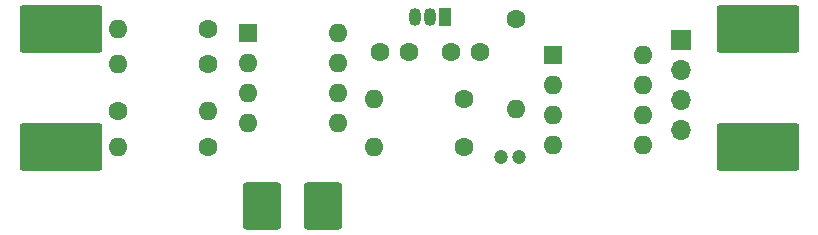
<source format=gbr>
%TF.GenerationSoftware,KiCad,Pcbnew,8.0.1-rc1*%
%TF.CreationDate,2025-05-01T22:02:35-04:00*%
%TF.ProjectId,bhm,62686d2e-6b69-4636-9164-5f7063625858,rev?*%
%TF.SameCoordinates,Original*%
%TF.FileFunction,Soldermask,Top*%
%TF.FilePolarity,Negative*%
%FSLAX46Y46*%
G04 Gerber Fmt 4.6, Leading zero omitted, Abs format (unit mm)*
G04 Created by KiCad (PCBNEW 8.0.1-rc1) date 2025-05-01 22:02:35*
%MOMM*%
%LPD*%
G01*
G04 APERTURE LIST*
G04 Aperture macros list*
%AMRoundRect*
0 Rectangle with rounded corners*
0 $1 Rounding radius*
0 $2 $3 $4 $5 $6 $7 $8 $9 X,Y pos of 4 corners*
0 Add a 4 corners polygon primitive as box body*
4,1,4,$2,$3,$4,$5,$6,$7,$8,$9,$2,$3,0*
0 Add four circle primitives for the rounded corners*
1,1,$1+$1,$2,$3*
1,1,$1+$1,$4,$5*
1,1,$1+$1,$6,$7*
1,1,$1+$1,$8,$9*
0 Add four rect primitives between the rounded corners*
20,1,$1+$1,$2,$3,$4,$5,0*
20,1,$1+$1,$4,$5,$6,$7,0*
20,1,$1+$1,$6,$7,$8,$9,0*
20,1,$1+$1,$8,$9,$2,$3,0*%
G04 Aperture macros list end*
%ADD10RoundRect,0.250000X-3.250000X-1.750000X3.250000X-1.750000X3.250000X1.750000X-3.250000X1.750000X0*%
%ADD11RoundRect,0.250000X1.350000X1.750000X-1.350000X1.750000X-1.350000X-1.750000X1.350000X-1.750000X0*%
%ADD12C,1.600000*%
%ADD13O,1.600000X1.600000*%
%ADD14R,1.700000X1.700000*%
%ADD15O,1.700000X1.700000*%
%ADD16R,1.050000X1.500000*%
%ADD17O,1.050000X1.500000*%
%ADD18R,1.600000X1.600000*%
%ADD19C,1.200000*%
G04 APERTURE END LIST*
D10*
%TO.C,PosBatt1*%
X197000000Y-122000000D03*
%TD*%
%TO.C,NegDevice1*%
X256000000Y-132000000D03*
%TD*%
D11*
%TO.C,SENS1*%
X219200000Y-137000000D03*
X214000000Y-137000000D03*
%TD*%
D12*
%TO.C,R2*%
X209500000Y-125000000D03*
D13*
X201880000Y-125000000D03*
%TD*%
D14*
%TO.C,J1*%
X249500000Y-123000000D03*
D15*
X249500000Y-125540000D03*
X249500000Y-128080000D03*
X249500000Y-130620000D03*
%TD*%
D16*
%TO.C,U3*%
X229500000Y-121000000D03*
D17*
X228230000Y-121000000D03*
X226960000Y-121000000D03*
%TD*%
D12*
%TO.C,R3*%
X209500000Y-122000000D03*
D13*
X201880000Y-122000000D03*
%TD*%
D12*
%TO.C,R5*%
X201880000Y-129000000D03*
D13*
X209500000Y-129000000D03*
%TD*%
D10*
%TO.C,PosDevice1*%
X256000000Y-122000000D03*
%TD*%
D12*
%TO.C,R6*%
X231120000Y-132000000D03*
D13*
X223500000Y-132000000D03*
%TD*%
D12*
%TO.C,C2*%
X232500000Y-124000000D03*
X230000000Y-124000000D03*
%TD*%
%TO.C,R1*%
X235500000Y-121190000D03*
D13*
X235500000Y-128810000D03*
%TD*%
D18*
%TO.C,U2*%
X238700000Y-124200000D03*
D13*
X238700000Y-126740000D03*
X238700000Y-129280000D03*
X238700000Y-131820000D03*
X246320000Y-131820000D03*
X246320000Y-129280000D03*
X246320000Y-126740000D03*
X246320000Y-124200000D03*
%TD*%
D18*
%TO.C,U1*%
X212880000Y-122380000D03*
D13*
X212880000Y-124920000D03*
X212880000Y-127460000D03*
X212880000Y-130000000D03*
X220500000Y-130000000D03*
X220500000Y-127460000D03*
X220500000Y-124920000D03*
X220500000Y-122380000D03*
%TD*%
D12*
%TO.C,C1*%
X224000000Y-124000000D03*
X226500000Y-124000000D03*
%TD*%
%TO.C,R7*%
X231120000Y-128000000D03*
D13*
X223500000Y-128000000D03*
%TD*%
D12*
%TO.C,R4*%
X209500000Y-132000000D03*
D13*
X201880000Y-132000000D03*
%TD*%
D10*
%TO.C,NegBatt1*%
X197000000Y-132000000D03*
%TD*%
D19*
%TO.C,C3*%
X235750000Y-132900000D03*
X234250000Y-132900000D03*
%TD*%
M02*

</source>
